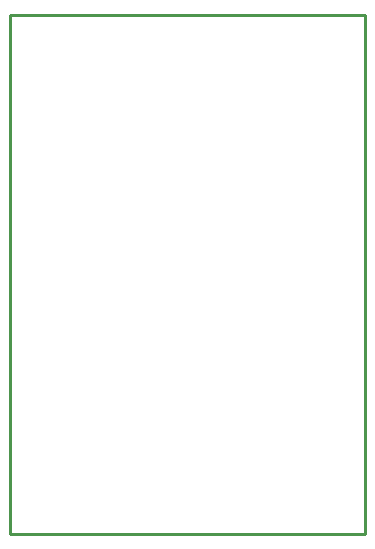
<source format=gko>
G04 Layer_Color=16711935*
%FSLAX25Y25*%
%MOIN*%
G70*
G01*
G75*
%ADD12C,0.01000*%
D12*
X-0Y0D02*
Y173228D01*
Y0D02*
X0Y0D01*
X118110D01*
X118110Y-0D01*
Y173228D01*
X118110Y173228D02*
X118110Y173228D01*
X-0Y173228D02*
X118110D01*
M02*

</source>
